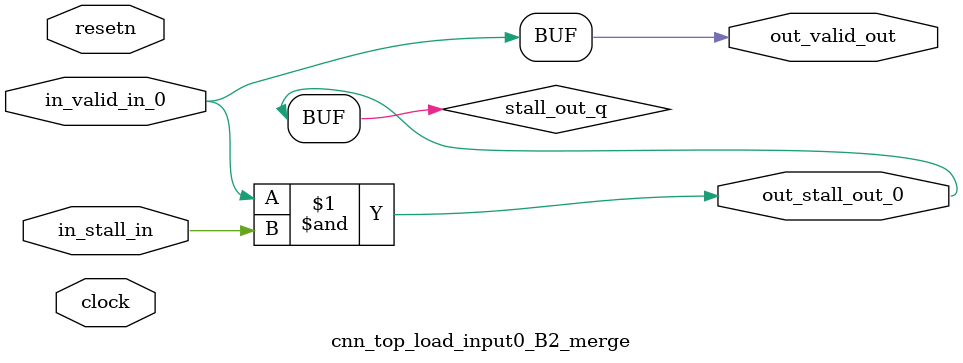
<source format=sv>



(* altera_attribute = "-name AUTO_SHIFT_REGISTER_RECOGNITION OFF; -name MESSAGE_DISABLE 10036; -name MESSAGE_DISABLE 10037; -name MESSAGE_DISABLE 14130; -name MESSAGE_DISABLE 14320; -name MESSAGE_DISABLE 15400; -name MESSAGE_DISABLE 14130; -name MESSAGE_DISABLE 10036; -name MESSAGE_DISABLE 12020; -name MESSAGE_DISABLE 12030; -name MESSAGE_DISABLE 12010; -name MESSAGE_DISABLE 12110; -name MESSAGE_DISABLE 14320; -name MESSAGE_DISABLE 13410; -name MESSAGE_DISABLE 113007; -name MESSAGE_DISABLE 10958" *)
module cnn_top_load_input0_B2_merge (
    input wire [0:0] in_stall_in,
    input wire [0:0] in_valid_in_0,
    output wire [0:0] out_stall_out_0,
    output wire [0:0] out_valid_out,
    input wire clock,
    input wire resetn
    );

    wire [0:0] stall_out_q;


    // stall_out(LOGICAL,6)
    assign stall_out_q = in_valid_in_0 & in_stall_in;

    // out_stall_out_0(GPOUT,4)
    assign out_stall_out_0 = stall_out_q;

    // out_valid_out(GPOUT,5)
    assign out_valid_out = in_valid_in_0;

endmodule

</source>
